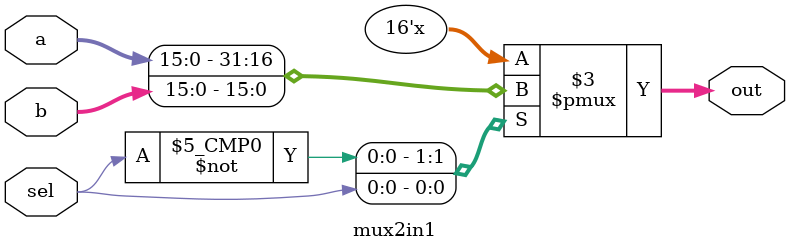
<source format=v>
module mux2in1 #( parameter WORD_SIZE = 16)
(
    input       [WORD_SIZE-1:0]    a,
    input       [WORD_SIZE-1:0]    b,
	 input 		 				sel,
    output reg  [WORD_SIZE-1:0]    out
);
	initial begin
	
	end

	always @ (*) begin
		case (sel)
		1'b0    :   out = a;
		1'b1    :   out = b;
		default :   out = 0;
		endcase
	end
endmodule
</source>
